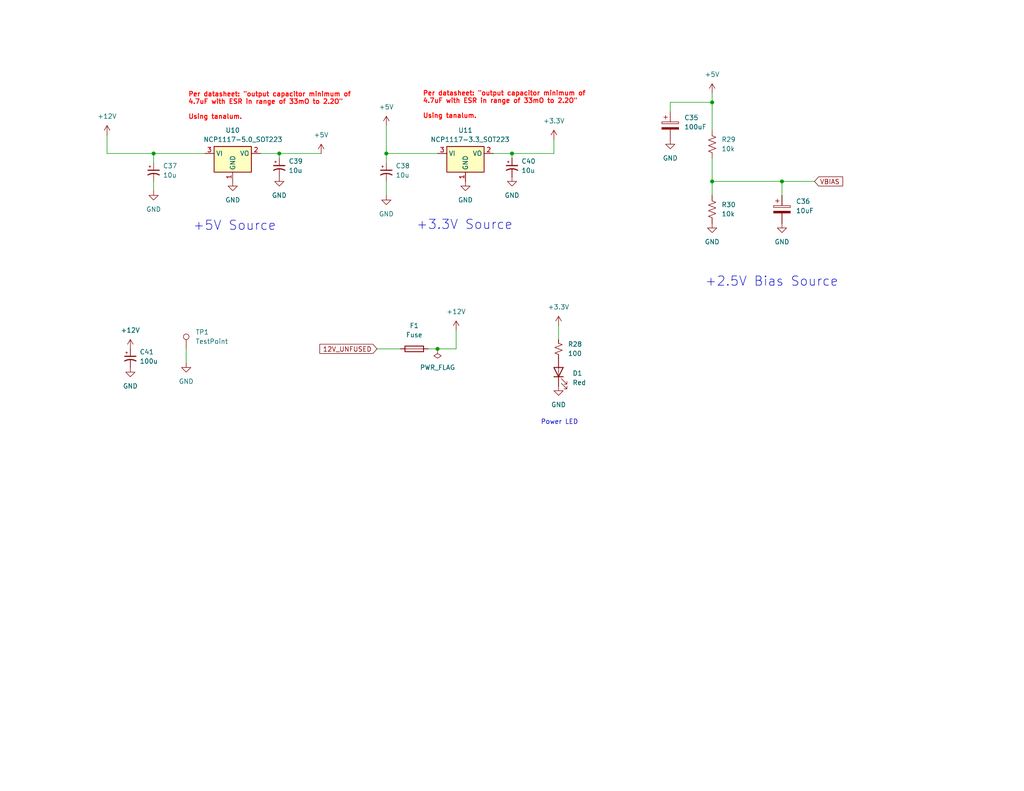
<source format=kicad_sch>
(kicad_sch (version 20250114) (generator "eeschema") (generator_version "9.0")
  (paper "USLetter")
  (title_block (title "Power") (date "2025-03-16") (rev "2") (company "Bruce MacKinnon KC1FSZ") (comment 1 "Copyright (C) Bruce MacKinnon, 2025") (comment 2 "NOT FOR COMMERCIAL USE"))
  (lib_symbols
    (symbol "Connector:TestPoint" (pin_numbers (hide yes)) (pin_names (offset 0.762) (hide yes))
      (property "Reference" "TP" (at 0 6.858 0))
      (property "Value" "TestPoint" (at 0 5.08 0))
      (symbol "TestPoint_0_1"
        (circle (center 0 3.302) (radius 0.762))
      )
      (symbol "TestPoint_1_1"
        (pin passive line (at 0 0 90) (length 2.54) (name "1") (number "1"))
      )
    )
    (symbol "Device:C_Polarized" (pin_numbers (hide yes)) (pin_names (offset 0.254))
      (property "Reference" "C" (at 0.635 2.54 0))
      (property "Value" "C_Polarized" (at 0.635 -2.54 0))
      (symbol "C_Polarized_0_1"
        (rectangle (start -2.286 0.508) (end 2.286 1.016))
        (polyline (pts (xy -1.778 2.286) (xy -0.762 2.286)))
        (polyline (pts (xy -1.27 2.794) (xy -1.27 1.778)))
        (rectangle (start 2.286 -0.508) (end -2.286 -1.016) (fill (type outline)))
      )
      (symbol "C_Polarized_1_1"
        (pin passive line (at 0 3.81 270) (length 2.794) (name "~") (number "1"))
        (pin passive line (at 0 -3.81 90) (length 2.794) (name "~") (number "2"))
      )
    )
    (symbol "Device:C_Polarized_Small_US" (pin_numbers (hide yes)) (pin_names (offset 0.254) (hide yes))
      (property "Reference" "C" (at 0.254 1.778 0))
      (property "Value" "C_Polarized_Small_US" (at 0.254 -2.032 0))
      (symbol "C_Polarized_Small_US_0_1"
        (polyline (pts (xy -1.524 0.508) (xy 1.524 0.508)) (stroke (width 0.3048)))
        (polyline (pts (xy -1.27 1.524) (xy -0.762 1.524)))
        (polyline (pts (xy -1.016 1.27) (xy -1.016 1.778)))
        (arc (start -1.524 -0.762) (mid 0 -0.3734) (end 1.524 -0.762) (stroke (width 0.3048)))
      )
      (symbol "C_Polarized_Small_US_1_1"
        (pin passive line (at 0 2.54 270) (length 2.032) (name "~") (number "1"))
        (pin passive line (at 0 -2.54 90) (length 2.032) (name "~") (number "2"))
      )
    )
    (symbol "Device:Fuse" (pin_numbers (hide yes)) (pin_names (offset 0))
      (property "Reference" "F" (at 2.032 0 90))
      (property "Value" "Fuse" (at -1.905 0 90))
      (symbol "Fuse_0_1"
        (rectangle (start -0.762 -2.54) (end 0.762 2.54) (stroke (width 0.254)))
        (polyline (pts (xy 0 2.54) (xy 0 -2.54)))
      )
      (symbol "Fuse_1_1"
        (pin passive line (at 0 3.81 270) (length 1.27) (name "~") (number "1"))
        (pin passive line (at 0 -3.81 90) (length 1.27) (name "~") (number "2"))
      )
    )
    (symbol "Device:LED" (pin_numbers (hide yes)) (pin_names (offset 1.016) (hide yes))
      (property "Reference" "D" (at 0 2.54 0))
      (property "Value" "LED" (at 0 -2.54 0))
      (symbol "LED_0_1"
        (polyline (pts (xy -3.048 -0.762) (xy -4.572 -2.286) (xy -3.81 -2.286) (xy -4.572 -2.286) (xy -4.572 -1.524)))
        (polyline (pts (xy -1.778 -0.762) (xy -3.302 -2.286) (xy -2.54 -2.286) (xy -3.302 -2.286) (xy -3.302 -1.524)))
        (polyline (pts (xy -1.27 0) (xy 1.27 0)))
        (polyline (pts (xy -1.27 -1.27) (xy -1.27 1.27)) (stroke (width 0.254)))
        (polyline (pts (xy 1.27 -1.27) (xy 1.27 1.27) (xy -1.27 0) (xy 1.27 -1.27)) (stroke (width 0.254)))
      )
      (symbol "LED_1_1"
        (pin passive line (at -3.81 0 0) (length 2.54) (name "K") (number "1"))
        (pin passive line (at 3.81 0 180) (length 2.54) (name "A") (number "2"))
      )
    )
    (symbol "Device:R_Small_US" (pin_numbers (hide yes)) (pin_names (offset 0.254) (hide yes))
      (property "Reference" "R" (at 0.762 0.508 0))
      (property "Value" "R_Small_US" (at 0.762 -1.016 0))
      (symbol "R_Small_US_1_1"
        (polyline (pts (xy 0 1.524) (xy 1.016 1.143) (xy 0 0.762) (xy -1.016 0.381) (xy 0 0)))
        (polyline (pts (xy 0 0) (xy 1.016 -0.381) (xy 0 -0.762) (xy -1.016 -1.143) (xy 0 -1.524)))
        (pin passive line (at 0 2.54 270) (length 1.016) (name "~") (number "1"))
        (pin passive line (at 0 -2.54 90) (length 1.016) (name "~") (number "2"))
      )
    )
    (symbol "Device:R_US" (pin_numbers (hide yes)) (pin_names (offset 0))
      (property "Reference" "R" (at 2.54 0 90))
      (property "Value" "R_US" (at -2.54 0 90))
      (symbol "R_US_0_1"
        (polyline (pts (xy 0 2.286) (xy 0 2.54)))
        (polyline (pts (xy 0 2.286) (xy 1.016 1.905) (xy 0 1.524) (xy -1.016 1.143) (xy 0 0.762)))
        (polyline (pts (xy 0 0.762) (xy 1.016 0.381) (xy 0 0) (xy -1.016 -0.381) (xy 0 -0.762)))
        (polyline (pts (xy 0 -0.762) (xy 1.016 -1.143) (xy 0 -1.524) (xy -1.016 -1.905) (xy 0 -2.286)))
        (polyline (pts (xy 0 -2.286) (xy 0 -2.54)))
      )
      (symbol "R_US_1_1"
        (pin passive line (at 0 3.81 270) (length 1.27) (name "~") (number "1"))
        (pin passive line (at 0 -3.81 90) (length 1.27) (name "~") (number "2"))
      )
    )
    (symbol "Regulator_Linear:NCP1117-3.3_SOT223"
      (property "Reference" "U" (at -3.81 3.175 0))
      (property "Value" "NCP1117-3.3_SOT223" (at 0 3.175 0))
      (symbol "NCP1117-3.3_SOT223_0_1"
        (rectangle (start -5.08 -5.08) (end 5.08 1.905) (stroke (width 0.254)) (fill (type background)))
      )
      (symbol "NCP1117-3.3_SOT223_1_1"
        (pin power_in line (at -7.62 0 0) (length 2.54) (name "VI") (number "3"))
        (pin power_in line (at 0 -7.62 90) (length 2.54) (name "GND") (number "1"))
        (pin power_out line (at 7.62 0 180) (length 2.54) (name "VO") (number "2"))
      )
    )
    (symbol "Regulator_Linear:NCP1117-5.0_SOT223"
      (property "Reference" "U" (at -3.81 3.175 0))
      (property "Value" "NCP1117-5.0_SOT223" (at 0 3.175 0))
      (symbol "NCP1117-5.0_SOT223_0_1"
        (rectangle (start -5.08 -5.08) (end 5.08 1.905) (stroke (width 0.254)) (fill (type background)))
      )
      (symbol "NCP1117-5.0_SOT223_1_1"
        (pin power_in line (at -7.62 0 0) (length 2.54) (name "VI") (number "3"))
        (pin power_in line (at 0 -7.62 90) (length 2.54) (name "GND") (number "1"))
        (pin power_out line (at 7.62 0 180) (length 2.54) (name "VO") (number "2"))
      )
    )
    (symbol "power:+12V" (power) (pin_numbers (hide yes)) (pin_names (offset 0) (hide yes))
      (property "Value" "+12V" (at 0 3.556 0))
      (symbol "+12V_0_1"
        (polyline (pts (xy -0.762 1.27) (xy 0 2.54)))
        (polyline (pts (xy 0 2.54) (xy 0.762 1.27)))
        (polyline (pts (xy 0 0) (xy 0 2.54)))
      )
      (symbol "+12V_1_1"
        (pin power_in line (at 0 0 90) (length 0) (name "~") (number "1"))
      )
    )
    (symbol "power:+3.3V" (power) (pin_numbers (hide yes)) (pin_names (offset 0) (hide yes))
      (property "Value" "+3.3V" (at 0 3.556 0))
      (symbol "+3.3V_0_1"
        (polyline (pts (xy -0.762 1.27) (xy 0 2.54)))
        (polyline (pts (xy 0 2.54) (xy 0.762 1.27)))
        (polyline (pts (xy 0 0) (xy 0 2.54)))
      )
      (symbol "+3.3V_1_1"
        (pin power_in line (at 0 0 90) (length 0) (name "~") (number "1"))
      )
    )
    (symbol "power:+5V" (power) (pin_numbers (hide yes)) (pin_names (offset 0) (hide yes))
      (property "Value" "+5V" (at 0 3.556 0))
      (symbol "+5V_0_1"
        (polyline (pts (xy -0.762 1.27) (xy 0 2.54)))
        (polyline (pts (xy 0 2.54) (xy 0.762 1.27)))
        (polyline (pts (xy 0 0) (xy 0 2.54)))
      )
      (symbol "+5V_1_1"
        (pin power_in line (at 0 0 90) (length 0) (name "~") (number "1"))
      )
    )
    (symbol "power:GND" (power) (pin_numbers (hide yes)) (pin_names (offset 0) (hide yes))
      (property "Value" "GND" (at 0 -3.81 0))
      (symbol "GND_0_1"
        (polyline (pts (xy 0 0) (xy 0 -1.27) (xy 1.27 -1.27) (xy 0 -2.54) (xy -1.27 -1.27) (xy 0 -1.27)))
      )
      (symbol "GND_1_1"
        (pin power_in line (at 0 0 270) (length 0) (name "~") (number "1"))
      )
    )
    (symbol "power:PWR_FLAG" (power) (pin_numbers (hide yes)) (pin_names (offset 0) (hide yes))
      (property "Value" "PWR_FLAG" (at 0 3.81 0))
      (symbol "PWR_FLAG_0_0"
        (pin power_out line (at 0 0 90) (length 0) (name "~") (number "1"))
      )
      (symbol "PWR_FLAG_0_1"
        (polyline (pts (xy 0 0) (xy 0 1.27) (xy -1.016 1.905) (xy 0 2.54) (xy 1.016 1.905) (xy 0 1.27)))
      )
    )
  )
  (text "+3.3V Source" (at 126.746 61.468 0) (effects (font (size 2.54 2.54))))
  (text "Power LED" (at 152.654 115.316 0) (effects (font (size 1.27 1.27))))
  (text "+5V Source" (at 64.008 61.722 0) (effects (font (size 2.54 2.54))))
  (text "Per datasheet: \"output capacitor minimum of \n4.7uF with ESR in range of 33mO to 2.2O\"\n\nUsing tanalum." (at 115.316 32.512 0) (effects (font (size 1.27 1.27) (thickness 0.254) (bold yes)) (justify left bottom)))
  (text "+2.5V Bias Source" (at 210.566 76.962 0) (effects (font (size 2.54 2.54))))
  (text "Per datasheet: \"output capacitor minimum of \n4.7uF with ESR in range of 33mO to 2.2O\"\n\nUsing tanalum." (at 51.308 32.766 0) (effects (font (size 1.27 1.27) (thickness 0.254) (bold yes)) (justify left bottom)))
  (junction (at 76.2 41.91))
  (junction (at 194.31 49.53))
  (junction (at 41.91 41.91))
  (junction (at 119.38 95.25))
  (junction (at 213.36 49.53))
  (junction (at 139.7 41.91))
  (junction (at 105.41 41.91))
  (junction (at 194.31 27.94))
  (wire (pts (xy 41.91 41.91) (xy 55.88 41.91)))
  (wire (pts (xy 76.2 41.91) (xy 76.2 43.18)))
  (wire (pts (xy 41.91 44.45) (xy 41.91 41.91)))
  (wire (pts (xy 182.88 27.94) (xy 194.31 27.94)))
  (wire (pts (xy 105.41 44.45) (xy 105.41 41.91)))
  (wire (pts (xy 29.21 41.91) (xy 41.91 41.91)))
  (wire (pts (xy 105.41 49.53) (xy 105.41 53.34)))
  (wire (pts (xy 76.2 41.91) (xy 87.63 41.91)))
  (wire (pts (xy 29.21 36.83) (xy 29.21 41.91)))
  (wire (pts (xy 119.38 95.25) (xy 124.46 95.25)))
  (wire (pts (xy 71.12 41.91) (xy 76.2 41.91)))
  (wire (pts (xy 105.41 41.91) (xy 119.38 41.91)))
  (wire (pts (xy 124.46 95.25) (xy 124.46 90.17)))
  (wire (pts (xy 151.13 38.1) (xy 151.13 41.91)))
  (wire (pts (xy 194.31 43.18) (xy 194.31 49.53)))
  (wire (pts (xy 134.62 41.91) (xy 139.7 41.91)))
  (wire (pts (xy 50.8 95.25) (xy 50.8 99.06)))
  (wire (pts (xy 116.84 95.25) (xy 119.38 95.25)))
  (wire (pts (xy 182.88 27.94) (xy 182.88 30.48)))
  (wire (pts (xy 41.91 49.53) (xy 41.91 52.07)))
  (wire (pts (xy 102.87 95.25) (xy 109.22 95.25)))
  (wire (pts (xy 194.31 27.94) (xy 194.31 35.56)))
  (wire (pts (xy 213.36 49.53) (xy 222.25 49.53)))
  (wire (pts (xy 194.31 49.53) (xy 213.36 49.53)))
  (wire (pts (xy 194.31 49.53) (xy 194.31 53.34)))
  (wire (pts (xy 139.7 41.91) (xy 151.13 41.91)))
  (wire (pts (xy 194.31 25.4) (xy 194.31 27.94)))
  (wire (pts (xy 152.4 88.9) (xy 152.4 92.71)))
  (wire (pts (xy 139.7 41.91) (xy 139.7 43.18)))
  (wire (pts (xy 105.41 34.29) (xy 105.41 41.91)))
  (wire (pts (xy 213.36 49.53) (xy 213.36 53.34)))
  (global_label "12V_UNFUSED" (shape input) (at 102.87 95.25 180) (property "Intersheetrefs" "${INTERSHEET_REFS}" (effects (hide yes))))
  (global_label "VBIAS" (shape input) (at 222.25 49.53 0) (property "Intersheetrefs" "${INTERSHEET_REFS}" (effects (hide yes))))
  (symbol (lib_id "power:+3.3V") (at 152.4 88.9 0) (unit 1)
    (property "Reference" "#PWR089" (effects (hide yes)))
    (property "Value" "+3.3V" (at 152.4 83.82 0))
    (property "Description" "Power symbol creates a global label with name \"+3.3V\"" (effects (hide yes)))
  )
  (symbol (lib_id "Device:C_Polarized_Small_US") (at 105.41 46.99 0) (unit 1)
    (property "Reference" "C38" (at 107.95 45.2881 0) (effects (justify left)))
    (property "Value" "10u" (at 107.95 47.8281 0) (effects (justify left)))
    (property "Footprint" "bruce-footprints:CPOL_0805_2012Metric_Pad1.18x1.45mm_HandSolder" (effects (hide yes)))
    (property "Description" "Polarized capacitor, small US symbol" (effects (hide yes)))
  )
  (symbol (lib_id "power:GND") (at 194.31 60.96 0) (unit 1)
    (property "Reference" "#PWR083" (effects (hide yes)))
    (property "Value" "GND" (at 194.31 66.04 0))
    (property "Description" "Power symbol creates a global label with name \"GND\" , ground" (effects (hide yes)))
  )
  (symbol (lib_id "power:GND") (at 139.7 48.26 0) (unit 1)
    (property "Reference" "#PWR098" (effects (hide yes)))
    (property "Value" "GND" (at 139.7 53.34 0))
    (property "Description" "Power symbol creates a global label with name \"GND\" , ground" (effects (hide yes)))
  )
  (symbol (lib_id "power:GND") (at 76.2 48.26 0) (unit 1)
    (property "Reference" "#PWR096" (effects (hide yes)))
    (property "Value" "GND" (at 76.2 53.34 0))
    (property "Description" "Power symbol creates a global label with name \"GND\" , ground" (effects (hide yes)))
  )
  (symbol (lib_id "Device:C_Polarized") (at 182.88 34.29 0) (unit 1)
    (property "Reference" "C35" (at 186.69 32.1309 0) (effects (justify left)))
    (property "Value" "100uF" (at 186.69 34.6709 0) (effects (justify left)))
    (property "Footprint" "Capacitor_THT:CP_Radial_D5.0mm_P2.50mm" (effects (hide yes)))
    (property "Description" "Polarized capacitor" (effects (hide yes)))
  )
  (symbol (lib_id "Device:R_Small_US") (at 152.4 95.25 0) (unit 1)
    (property "Reference" "R28" (at 154.94 93.98 0) (effects (justify left)))
    (property "Value" "100" (at 154.94 96.52 0) (effects (justify left)))
    (property "Footprint" "Resistor_SMD:R_0805_2012Metric_Pad1.20x1.40mm_HandSolder" (effects (hide yes)))
    (property "Description" "Resistor, small US symbol" (effects (hide yes)))
  )
  (symbol (lib_id "power:+5V") (at 105.41 34.29 0) (unit 1)
    (property "Reference" "#PWR092" (effects (hide yes)))
    (property "Value" "+5V" (at 105.41 29.21 0))
    (property "Description" "Power symbol creates a global label with name \"+5V\"" (effects (hide yes)))
  )
  (symbol (lib_id "Device:R_US") (at 194.31 57.15 0) (unit 1)
    (property "Reference" "R30" (at 196.85 55.8799 0) (effects (justify left)))
    (property "Value" "10k" (at 196.85 58.4199 0) (effects (justify left)))
    (property "Footprint" "Resistor_SMD:R_0805_2012Metric_Pad1.20x1.40mm_HandSolder" (effects (hide yes)))
    (property "Description" "Resistor, US symbol" (effects (hide yes)))
  )
  (symbol (lib_id "power:PWR_FLAG") (at 119.38 95.25 180) (unit 1)
    (property "Reference" "#FLG03" (effects (hide yes)))
    (property "Value" "PWR_FLAG" (at 119.38 100.33 0))
    (property "Description" "Special symbol for telling ERC where power comes from" (effects (hide yes)))
  )
  (symbol (lib_id "power:GND") (at 213.36 60.96 0) (unit 1)
    (property "Reference" "#PWR085" (effects (hide yes)))
    (property "Value" "GND" (at 213.36 66.04 0))
    (property "Description" "Power symbol creates a global label with name \"GND\" , ground" (effects (hide yes)))
  )
  (symbol (lib_id "Device:C_Polarized_Small_US") (at 76.2 45.72 0) (unit 1)
    (property "Reference" "C39" (at 78.74 44.0181 0) (effects (justify left)))
    (property "Value" "10u" (at 78.74 46.5581 0) (effects (justify left)))
    (property "Footprint" "bruce-footprints:CPOL_0805_2012Metric_Pad1.18x1.45mm_HandSolder" (effects (hide yes)))
    (property "Description" "Polarized capacitor, small US symbol" (effects (hide yes)))
  )
  (symbol (lib_id "Device:C_Polarized_Small_US") (at 139.7 45.72 0) (unit 1)
    (property "Reference" "C40" (at 142.24 44.0181 0) (effects (justify left)))
    (property "Value" "10u" (at 142.24 46.5581 0) (effects (justify left)))
    (property "Footprint" "bruce-footprints:CPOL_0805_2012Metric_Pad1.18x1.45mm_HandSolder" (effects (hide yes)))
    (property "Description" "Polarized capacitor, small US symbol" (effects (hide yes)))
  )
  (symbol (lib_id "power:GND") (at 41.91 52.07 0) (unit 1)
    (property "Reference" "#PWR091" (effects (hide yes)))
    (property "Value" "GND" (at 41.91 57.15 0))
    (property "Description" "Power symbol creates a global label with name \"GND\" , ground" (effects (hide yes)))
  )
  (symbol (lib_id "power:GND") (at 127 49.53 0) (unit 1)
    (property "Reference" "#PWR095" (effects (hide yes)))
    (property "Value" "GND" (at 127 54.61 0))
    (property "Description" "Power symbol creates a global label with name \"GND\" , ground" (effects (hide yes)))
  )
  (symbol (lib_id "power:+12V") (at 35.56 95.25 0) (unit 1)
    (property "Reference" "#PWR088" (effects (hide yes)))
    (property "Value" "+12V" (at 35.56 90.17 0))
    (property "Description" "Power symbol creates a global label with name \"+12V\"" (effects (hide yes)))
  )
  (symbol (lib_id "power:+12V") (at 124.46 90.17 0) (unit 1)
    (property "Reference" "#PWR02" (effects (hide yes)))
    (property "Value" "+12V" (at 124.46 85.09 0))
    (property "Description" "Power symbol creates a global label with name \"+12V\"" (effects (hide yes)))
  )
  (symbol (lib_id "power:GND") (at 63.5 49.53 0) (unit 1)
    (property "Reference" "#PWR094" (effects (hide yes)))
    (property "Value" "GND" (at 63.5 54.61 0))
    (property "Description" "Power symbol creates a global label with name \"GND\" , ground" (effects (hide yes)))
  )
  (symbol (lib_id "power:+3.3V") (at 151.13 38.1 0) (unit 1)
    (property "Reference" "#PWR097" (effects (hide yes)))
    (property "Value" "+3.3V" (at 151.13 33.02 0))
    (property "Description" "Power symbol creates a global label with name \"+3.3V\"" (effects (hide yes)))
  )
  (symbol (lib_id "Regulator_Linear:NCP1117-5.0_SOT223") (at 63.5 41.91 0) (unit 1)
    (property "Reference" "U10" (at 63.5 35.56 0))
    (property "Value" "NCP1117-5.0_SOT223" (at 66.294 38.1 0))
    (property "Footprint" "Package_TO_SOT_SMD:SOT-223-3_TabPin2" (effects (hide yes)))
    (property "Datasheet" "http://www.onsemi.com/pub_link/Collateral/NCP1117-D.PDF" (effects (hide yes)))
    (property "Description" "1A Low drop-out regulator, Fixed Output 5V, SOT-223" (effects (hide yes)))
  )
  (symbol (lib_id "Device:R_US") (at 194.31 39.37 0) (unit 1)
    (property "Reference" "R29" (at 196.85 38.0999 0) (effects (justify left)))
    (property "Value" "10k" (at 196.85 40.6399 0) (effects (justify left)))
    (property "Footprint" "Resistor_SMD:R_0805_2012Metric_Pad1.20x1.40mm_HandSolder" (effects (hide yes)))
    (property "Description" "Resistor, US symbol" (effects (hide yes)))
  )
  (symbol (lib_id "Connector:TestPoint") (at 50.8 95.25 0) (unit 1)
    (property "Reference" "TP1" (at 53.34 90.6779 0) (effects (justify left)))
    (property "Value" "TestPoint" (at 53.34 93.2179 0) (effects (justify left)))
    (property "Footprint" "TestPoint:TestPoint_Pad_2.5x2.5mm" (effects (hide yes)))
    (property "Description" "test point" (effects (hide yes)))
  )
  (symbol (lib_id "power:GND") (at 152.4 105.41 0) (unit 1)
    (property "Reference" "#PWR090" (effects (hide yes)))
    (property "Value" "GND" (at 152.4 110.49 0))
    (property "Description" "Power symbol creates a global label with name \"GND\" , ground" (effects (hide yes)))
  )
  (symbol (lib_id "Device:LED") (at 152.4 101.6 90) (unit 1)
    (property "Reference" "D1" (at 156.21 101.9174 90) (effects (justify right)))
    (property "Value" "Red" (at 156.21 104.4574 90) (effects (justify right)))
    (property "Footprint" "LED_SMD:LED_0805_2012Metric_Pad1.15x1.40mm_HandSolder" (effects (hide yes)))
    (property "Description" "Light emitting diode" (effects (hide yes)))
    (property "Sim.Pins" "1=K 2=A" (effects (hide yes)))
  )
  (symbol (lib_id "power:GND") (at 105.41 53.34 0) (unit 1)
    (property "Reference" "#PWR093" (effects (hide yes)))
    (property "Value" "GND" (at 105.41 58.42 0))
    (property "Description" "Power symbol creates a global label with name \"GND\" , ground" (effects (hide yes)))
  )
  (symbol (lib_id "power:+12V") (at 29.21 36.83 0) (unit 1)
    (property "Reference" "#PWR086" (effects (hide yes)))
    (property "Value" "+12V" (at 29.21 31.75 0))
    (property "Description" "Power symbol creates a global label with name \"+12V\"" (effects (hide yes)))
  )
  (symbol (lib_id "power:GND") (at 182.88 38.1 0) (unit 1)
    (property "Reference" "#PWR081" (effects (hide yes)))
    (property "Value" "GND" (at 182.88 43.18 0))
    (property "Description" "Power symbol creates a global label with name \"GND\" , ground" (effects (hide yes)))
  )
  (symbol (lib_id "Device:C_Polarized") (at 213.36 57.15 0) (unit 1)
    (property "Reference" "C36" (at 217.17 54.9909 0) (effects (justify left)))
    (property "Value" "10uF" (at 217.17 57.5309 0) (effects (justify left)))
    (property "Footprint" "Capacitor_THT:CP_Radial_D5.0mm_P2.50mm" (effects (hide yes)))
    (property "Description" "Polarized capacitor" (effects (hide yes)))
  )
  (symbol (lib_id "Device:C_Polarized_Small_US") (at 35.56 97.79 0) (unit 1)
    (property "Reference" "C41" (at 38.1 96.0881 0) (effects (justify left)))
    (property "Value" "100u" (at 38.1 98.6281 0) (effects (justify left)))
    (property "Description" "Polarized capacitor, small US symbol" (effects (hide yes)))
  )
  (symbol (lib_id "power:+5V") (at 194.31 25.4 0) (unit 1)
    (property "Reference" "#PWR082" (effects (hide yes)))
    (property "Value" "+5V" (at 194.31 20.32 0))
    (property "Description" "Power symbol creates a global label with name \"+5V\"" (effects (hide yes)))
  )
  (symbol (lib_id "power:+5V") (at 87.63 41.91 0) (unit 1)
    (property "Reference" "#PWR0100" (effects (hide yes)))
    (property "Value" "+5V" (at 87.63 36.83 0))
    (property "Description" "Power symbol creates a global label with name \"+5V\"" (effects (hide yes)))
  )
  (symbol (lib_id "Device:Fuse") (at 113.03 95.25 90) (unit 1)
    (property "Reference" "F1" (at 113.03 88.9 90))
    (property "Value" "Fuse" (at 113.03 91.44 90))
    (property "Description" "Fuse" (effects (hide yes)))
  )
  (symbol (lib_id "power:GND") (at 35.56 100.33 0) (unit 1)
    (property "Reference" "#PWR099" (effects (hide yes)))
    (property "Value" "GND" (at 35.56 105.41 0))
    (property "Description" "Power symbol creates a global label with name \"GND\" , ground" (effects (hide yes)))
  )
  (symbol (lib_id "Regulator_Linear:NCP1117-3.3_SOT223") (at 127 41.91 0) (unit 1)
    (property "Reference" "U11" (at 127 35.56 0))
    (property "Value" "NCP1117-3.3_SOT223" (at 128.27 38.1 0))
    (property "Footprint" "Package_TO_SOT_SMD:SOT-223-3_TabPin2" (effects (hide yes)))
    (property "Datasheet" "http://www.onsemi.com/pub_link/Collateral/NCP1117-D.PDF" (effects (hide yes)))
    (property "Description" "1A Low drop-out regulator, Fixed Output 3.3V, SOT-223" (effects (hide yes)))
  )
  (symbol (lib_id "power:GND") (at 50.8 99.06 0) (unit 1)
    (property "Reference" "#PWR087" (effects (hide yes)))
    (property "Value" "GND" (at 50.8 104.14 0))
    (property "Description" "Power symbol creates a global label with name \"GND\" , ground" (effects (hide yes)))
  )
  (symbol (lib_id "Device:C_Polarized_Small_US") (at 41.91 46.99 0) (unit 1)
    (property "Reference" "C37" (at 44.45 45.2881 0) (effects (justify left)))
    (property "Value" "10u" (at 44.45 47.8281 0) (effects (justify left)))
    (property "Footprint" "bruce-footprints:CPOL_0805_2012Metric_Pad1.18x1.45mm_HandSolder" (effects (hide yes)))
    (property "Description" "Polarized capacitor, small US symbol" (effects (hide yes)))
  )
)
</source>
